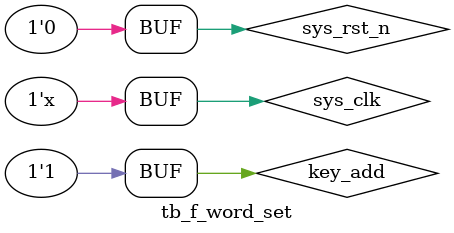
<source format=v>
`timescale  1ns/1ns

module  tb_f_word_set();
reg           sys_clk;
reg           sys_rst_n;
reg           key_add;
reg           key_sub; 

initial
     begin
	sys_clk=1'b1;
	sys_rst_n <=1'b0;
	#10000;
	key_add<=1'b1;
	#50;

end
always#10 sys_clk=~sys_clk;



f_word_set  f_word_set_inst(
	.sys_clk    (),
	.sys_rst_n (),
	.key_add   (),
 	.key_sub    (),
	.FREQ_CTRL ()  	
	);

endmodule
</source>
